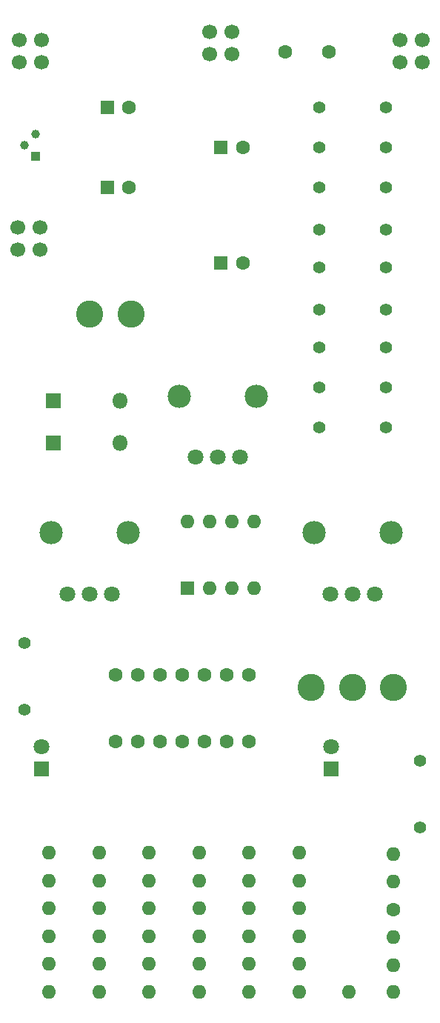
<source format=gbr>
G04 #@! TF.GenerationSoftware,KiCad,Pcbnew,(5.0.0-rc2-dev-311-g1dd4af297)*
G04 #@! TF.CreationDate,2018-03-30T01:51:19-07:00*
G04 #@! TF.ProjectId,workshop_drum1.1,776F726B73686F705F6472756D312E31,rev?*
G04 #@! TF.SameCoordinates,Original*
G04 #@! TF.FileFunction,Soldermask,Top*
G04 #@! TF.FilePolarity,Negative*
%FSLAX46Y46*%
G04 Gerber Fmt 4.6, Leading zero omitted, Abs format (unit mm)*
G04 Created by KiCad (PCBNEW (5.0.0-rc2-dev-311-g1dd4af297)) date 03/30/18 01:51:19*
%MOMM*%
%LPD*%
G01*
G04 APERTURE LIST*
%ADD10C,1.600000*%
%ADD11O,1.600000X1.600000*%
%ADD12C,1.700000*%
%ADD13C,1.397000*%
%ADD14R,1.600000X1.600000*%
%ADD15R,1.800000X1.800000*%
%ADD16C,1.800000*%
%ADD17O,1.800000X1.800000*%
%ADD18R,1.000000X1.000000*%
%ADD19C,1.000000*%
%ADD20C,2.667000*%
%ADD21C,1.803400*%
%ADD22C,3.100000*%
G04 APERTURE END LIST*
D10*
X148590000Y-121285000D03*
X148590000Y-113665000D03*
D11*
X167640000Y-149860000D03*
X128270000Y-149860000D03*
X133985000Y-149860000D03*
X139700000Y-149860000D03*
X145415000Y-149860000D03*
X151130000Y-149860000D03*
X133985000Y-143510000D03*
X133985000Y-133985000D03*
X133985000Y-140335000D03*
X133985000Y-146685000D03*
X133985000Y-137160000D03*
X128270000Y-133985000D03*
X128270000Y-146685000D03*
X128270000Y-143510000D03*
X128270000Y-140335000D03*
X128270000Y-137160000D03*
X145415000Y-143510000D03*
X145415000Y-133985000D03*
X139700000Y-137160000D03*
X145415000Y-146685000D03*
X139700000Y-133985000D03*
X145415000Y-137160000D03*
X139700000Y-146685000D03*
X139700000Y-143510000D03*
X145415000Y-140335000D03*
X139700000Y-140335000D03*
X151130000Y-146685000D03*
X151130000Y-133985000D03*
X151130000Y-143510000D03*
X151130000Y-140335000D03*
X156845000Y-143510000D03*
X156845000Y-146685000D03*
X156845000Y-137160000D03*
X156845000Y-133985000D03*
X156845000Y-140335000D03*
X151130000Y-137160000D03*
X162560000Y-149860000D03*
X156845000Y-149860000D03*
D10*
X135890000Y-121285000D03*
X138430000Y-121285000D03*
X140970000Y-121285000D03*
X143510000Y-121285000D03*
X146050000Y-121285000D03*
X151130000Y-121285000D03*
X135890000Y-113665000D03*
X138430000Y-113665000D03*
X140970000Y-113665000D03*
X143510000Y-113665000D03*
X146050000Y-113665000D03*
X151130000Y-113665000D03*
D12*
X127436000Y-43670000D03*
X127436000Y-41130000D03*
X124896000Y-41130000D03*
X124896000Y-43670000D03*
X149206000Y-40130000D03*
X146666000Y-40130000D03*
X146666000Y-42670000D03*
X149206000Y-42670000D03*
X170942000Y-43670000D03*
X170942000Y-41130000D03*
X168402000Y-41130000D03*
X168402000Y-43670000D03*
D13*
X159126000Y-71882000D03*
X166746000Y-71882000D03*
D14*
X144126000Y-103710000D03*
D11*
X151746000Y-96090000D03*
X146666000Y-103710000D03*
X149206000Y-96090000D03*
X149206000Y-103710000D03*
X146666000Y-96090000D03*
X151746000Y-103710000D03*
X144126000Y-96090000D03*
D12*
X127254000Y-65024000D03*
X127254000Y-62484000D03*
X124714000Y-62484000D03*
X124714000Y-65024000D03*
D11*
X167640000Y-134112000D03*
X167640000Y-143637000D03*
X167640000Y-137287000D03*
D10*
X167640000Y-140462000D03*
D11*
X167640000Y-146812000D03*
D15*
X127436000Y-124400000D03*
D16*
X127436000Y-121860000D03*
X160528000Y-121860000D03*
D15*
X160528000Y-124400000D03*
D10*
X160274000Y-42418000D03*
X155274000Y-42418000D03*
X137436000Y-57912000D03*
D14*
X134936000Y-57912000D03*
X147936000Y-53340000D03*
D10*
X150436000Y-53340000D03*
X137436000Y-48768000D03*
D14*
X134936000Y-48768000D03*
X147936000Y-66548000D03*
D10*
X150436000Y-66548000D03*
D17*
X136398000Y-87122000D03*
D15*
X128778000Y-87122000D03*
X128778000Y-82296000D03*
D17*
X136398000Y-82296000D03*
D13*
X170688000Y-123444000D03*
X170688000Y-131064000D03*
X159126000Y-48768000D03*
X166746000Y-48768000D03*
X166746000Y-67056000D03*
X159126000Y-67056000D03*
X166746000Y-62738000D03*
X159126000Y-62738000D03*
X166746000Y-80772000D03*
X159126000Y-80772000D03*
X125476000Y-117602000D03*
X125476000Y-109982000D03*
X159126000Y-85344000D03*
X166746000Y-85344000D03*
X166746000Y-53340000D03*
X159126000Y-53340000D03*
X159126000Y-57912000D03*
X166746000Y-57912000D03*
X166746000Y-76200000D03*
X159126000Y-76200000D03*
D18*
X126746000Y-54356000D03*
D19*
X126746000Y-51816000D03*
X125476000Y-53086000D03*
D20*
X167330363Y-97401843D03*
X158541963Y-97401843D03*
D21*
X160396163Y-104412243D03*
X162936163Y-104412243D03*
X165476163Y-104412243D03*
X150114163Y-88800243D03*
X147574163Y-88800243D03*
X145034163Y-88800243D03*
D20*
X143179963Y-81789843D03*
X151968363Y-81789843D03*
X137330363Y-97401843D03*
X128541963Y-97401843D03*
D21*
X130396163Y-104412243D03*
X132936163Y-104412243D03*
X135476163Y-104412243D03*
D22*
X167636000Y-115062000D03*
X162936000Y-115062000D03*
X158236000Y-115062000D03*
X132936000Y-72400000D03*
X137636000Y-72400000D03*
M02*

</source>
